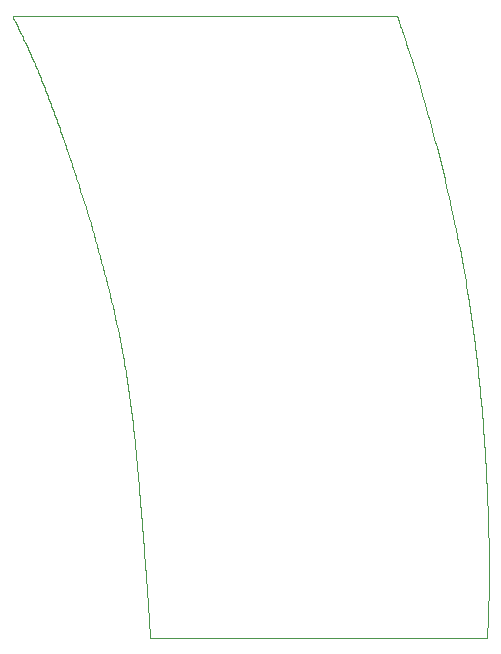
<source format=gm1>
%TF.GenerationSoftware,KiCad,Pcbnew,7.0.6*%
%TF.CreationDate,2023-07-13T14:38:49+02:00*%
%TF.ProjectId,RH_GripLogicBoard_FreeJoy,52485f47-7269-4704-9c6f-676963426f61,rev?*%
%TF.SameCoordinates,Original*%
%TF.FileFunction,Profile,NP*%
%FSLAX46Y46*%
G04 Gerber Fmt 4.6, Leading zero omitted, Abs format (unit mm)*
G04 Created by KiCad (PCBNEW 7.0.6) date 2023-07-13 14:38:49*
%MOMM*%
%LPD*%
G01*
G04 APERTURE LIST*
%ADD10C,0.100000*%
%TA.AperFunction,Profile*%
%ADD11C,0.100000*%
%TD*%
G04 APERTURE END LIST*
D10*
X52213824Y-15000000D02*
X52262379Y-15139654D01*
X52310789Y-15279362D01*
X52359053Y-15419121D01*
X52407171Y-15558931D01*
X52455143Y-15698791D01*
X52502968Y-15838699D01*
X52550647Y-15978656D01*
X52598179Y-16118660D01*
X52645564Y-16258709D01*
X52692802Y-16398804D01*
X52724212Y-16492226D01*
X23876091Y-25184956D02*
X23817680Y-25017095D01*
X23758718Y-24848249D01*
X23699226Y-24678501D01*
X23639224Y-24507937D01*
X23578736Y-24336641D01*
X23517781Y-24164699D01*
X23456381Y-23992194D01*
X23394558Y-23819212D01*
X23332333Y-23645837D01*
X23269727Y-23472155D01*
X23206762Y-23298251D01*
X23143459Y-23124208D01*
X23079840Y-22950112D01*
X23015926Y-22776048D01*
X22951739Y-22602100D01*
X22887299Y-22428353D01*
X22822628Y-22254893D01*
X22757748Y-22081804D01*
X22692680Y-21909170D01*
X22627446Y-21737077D01*
X22562066Y-21565609D01*
X22496562Y-21394851D01*
X22430956Y-21224889D01*
X22365268Y-21055806D01*
X22299521Y-20887688D01*
X22233736Y-20720619D01*
X22167934Y-20554685D01*
X22102137Y-20389970D01*
X22036365Y-20226558D01*
X21970641Y-20064535D01*
X21904985Y-19903986D01*
X21839420Y-19744996D01*
X53378756Y-18490370D02*
X53632939Y-19294499D01*
X53878965Y-20088967D01*
X54116970Y-20873539D01*
X54347092Y-21647979D01*
X54569469Y-22412055D01*
X54784237Y-23165530D01*
X54991535Y-23908171D01*
X55191500Y-24639742D01*
X55384270Y-25360009D01*
X55569982Y-26068739D01*
X55748773Y-26765694D01*
X55920782Y-27450643D01*
X56086146Y-28123349D01*
X56245001Y-28783578D01*
X56397487Y-29431096D01*
X56543739Y-30065668D01*
X56683897Y-30687059D01*
X56818096Y-31295034D01*
X56946476Y-31889360D01*
X57069173Y-32469802D01*
X57186325Y-33036124D01*
X57298069Y-33588093D01*
X57404543Y-34125474D01*
X57505885Y-34648031D01*
X57602232Y-35155532D01*
X57693721Y-35647740D01*
X57780490Y-36124421D01*
X57862677Y-36585342D01*
X57940419Y-37030266D01*
X58013854Y-37458960D01*
X58083119Y-37871189D01*
X58148352Y-38266719D01*
X58831260Y-43057632D02*
X58872601Y-43397879D01*
X58913084Y-43738410D01*
X58952716Y-44079208D01*
X58991502Y-44420257D01*
X59029450Y-44761542D01*
X59066567Y-45103046D01*
X59102859Y-45444754D01*
X59138333Y-45786649D01*
X59172995Y-46128716D01*
X59206853Y-46470939D01*
X59239913Y-46813302D01*
X59272182Y-47155788D01*
X59303666Y-47498383D01*
X59334373Y-47841070D01*
X59364308Y-48183833D01*
X59393480Y-48526657D01*
X59421893Y-48869525D01*
X59449556Y-49212421D01*
X59476474Y-49555330D01*
X59502656Y-49898236D01*
X59528106Y-50241122D01*
X59552832Y-50583973D01*
X59576842Y-50926773D01*
X59600140Y-51269506D01*
X59622735Y-51612157D01*
X59644633Y-51954708D01*
X59665840Y-52297144D01*
X59686363Y-52639450D01*
X59706210Y-52981609D01*
X59725387Y-53323606D01*
X59743899Y-53665425D01*
X59761756Y-54007049D01*
X30259736Y-53712561D02*
X30231911Y-53397287D01*
X30203720Y-53083003D01*
X30175127Y-52769649D01*
X30146095Y-52457161D01*
X30116590Y-52145480D01*
X30086576Y-51834542D01*
X30056018Y-51524287D01*
X30024879Y-51214653D01*
X29993125Y-50905578D01*
X29960720Y-50597000D01*
X29927629Y-50288859D01*
X29893815Y-49981091D01*
X29859244Y-49673637D01*
X29823880Y-49366433D01*
X29787687Y-49059419D01*
X29750631Y-48752533D01*
X29712674Y-48445713D01*
X29673783Y-48138898D01*
X29633921Y-47832026D01*
X29593052Y-47525035D01*
X29551143Y-47217864D01*
X29508156Y-46910451D01*
X29464056Y-46602734D01*
X29418808Y-46294653D01*
X29372377Y-45986144D01*
X29324726Y-45677148D01*
X29275821Y-45367601D01*
X29225625Y-45057443D01*
X29174104Y-44746612D01*
X29121222Y-44435046D01*
X29066943Y-44122683D01*
X29011232Y-43809463D01*
X59918154Y-57796223D02*
X59923086Y-57954677D01*
X59928437Y-58131045D01*
X59934115Y-58323460D01*
X59937048Y-58425101D01*
X59940028Y-58530053D01*
X59943043Y-58638083D01*
X59946082Y-58748956D01*
X59949133Y-58862441D01*
X59952185Y-58978302D01*
X59955225Y-59096307D01*
X59958244Y-59216222D01*
X59961228Y-59337814D01*
X59964166Y-59460849D01*
X59967047Y-59585093D01*
X59969859Y-59710313D01*
X59972591Y-59836277D01*
X59975231Y-59962749D01*
X59977767Y-60089497D01*
X59980188Y-60216287D01*
X59982482Y-60342885D01*
X59984638Y-60469059D01*
X59986644Y-60594575D01*
X59988489Y-60719198D01*
X59990160Y-60842696D01*
X59991646Y-60964836D01*
X59992937Y-61085383D01*
X59994019Y-61204104D01*
X59994882Y-61320766D01*
X59995515Y-61435135D01*
X29011232Y-43809463D02*
X28924676Y-43336544D01*
X28835252Y-42863722D01*
X28743016Y-42391026D01*
X28648028Y-41918481D01*
X28550348Y-41446115D01*
X28450035Y-40973955D01*
X28347147Y-40502029D01*
X28241744Y-40030362D01*
X28133886Y-39558984D01*
X28023630Y-39087920D01*
X27911036Y-38617197D01*
X27796164Y-38146844D01*
X27679072Y-37676887D01*
X27559820Y-37207353D01*
X27438467Y-36738270D01*
X27315072Y-36269664D01*
X27189693Y-35801563D01*
X27062391Y-35333993D01*
X26933224Y-34866983D01*
X26802251Y-34400559D01*
X26669532Y-33934747D01*
X26535126Y-33469577D01*
X26399091Y-33005074D01*
X26261488Y-32541265D01*
X26122374Y-32078179D01*
X25981810Y-31615841D01*
X25839854Y-31154280D01*
X25696565Y-30693522D01*
X25552003Y-30233594D01*
X25406227Y-29774524D01*
X25259295Y-29316339D01*
X25111268Y-28859066D01*
X31042632Y-63671014D02*
X31024917Y-63422770D01*
X31006189Y-63162829D01*
X30986506Y-62891954D01*
X30965926Y-62610909D01*
X30944506Y-62320457D01*
X30922304Y-62021362D01*
X30899378Y-61714387D01*
X30875785Y-61400296D01*
X30851583Y-61079853D01*
X30826830Y-60753821D01*
X30801584Y-60422963D01*
X30775903Y-60088044D01*
X30749844Y-59749826D01*
X30723464Y-59409074D01*
X30696822Y-59066550D01*
X30669976Y-58723019D01*
X30642983Y-58379244D01*
X30615901Y-58035989D01*
X30588788Y-57694016D01*
X30561701Y-57354091D01*
X30534698Y-57016975D01*
X30507837Y-56683434D01*
X30481175Y-56354229D01*
X30454771Y-56030126D01*
X30428683Y-55711887D01*
X30402967Y-55400276D01*
X30377681Y-55096057D01*
X30352885Y-54799993D01*
X30328634Y-54512848D01*
X30304987Y-54235385D01*
X30282001Y-53968368D01*
X30259736Y-53712561D01*
D11*
X52213824Y-15000000D02*
X19658728Y-15000000D01*
D10*
X21839420Y-19744996D02*
X21776602Y-19593957D01*
X21713405Y-19443257D01*
X21649831Y-19292879D01*
X21585884Y-19142807D01*
X21521568Y-18993026D01*
X21456887Y-18843518D01*
X21391844Y-18694268D01*
X21326443Y-18545261D01*
X21260687Y-18396479D01*
X21194580Y-18247907D01*
X21128125Y-18099530D01*
X21061327Y-17951330D01*
X20994188Y-17803291D01*
X20926713Y-17655399D01*
X20858905Y-17507637D01*
X20790768Y-17359988D01*
X20722304Y-17212437D01*
X20653519Y-17064968D01*
X20584415Y-16917564D01*
X20514997Y-16770210D01*
X20445267Y-16622890D01*
X20375229Y-16475587D01*
X20304887Y-16328285D01*
X20234245Y-16180970D01*
X20163306Y-16033624D01*
X20092074Y-15886231D01*
X20020553Y-15738775D01*
X19948745Y-15591242D01*
X19876655Y-15443613D01*
X19804287Y-15295874D01*
X19731643Y-15148008D01*
X19658728Y-15000000D01*
X59761756Y-54007049D02*
X59767788Y-54125323D01*
X59773746Y-54243622D01*
X59779628Y-54361943D01*
X59785435Y-54480286D01*
X59791168Y-54598647D01*
X59796826Y-54717027D01*
X59802409Y-54835423D01*
X59807918Y-54953834D01*
X59813352Y-55072258D01*
X59818712Y-55190695D01*
X59823999Y-55309141D01*
X59829211Y-55427597D01*
X59834350Y-55546060D01*
X59839415Y-55664528D01*
X59844406Y-55783001D01*
X59849324Y-55901477D01*
X59854169Y-56019953D01*
X59858941Y-56138430D01*
X59863640Y-56256905D01*
X59868266Y-56375376D01*
X59872820Y-56493843D01*
X59877301Y-56612303D01*
X59881710Y-56730755D01*
X59886046Y-56849198D01*
X59890310Y-56967631D01*
X59894503Y-57086050D01*
X59898623Y-57204456D01*
X59902672Y-57322846D01*
X59906649Y-57441220D01*
X59910555Y-57559574D01*
X59914390Y-57677909D01*
X59918154Y-57796223D01*
X25111268Y-28859066D02*
X25073823Y-28744055D01*
X25036197Y-28628743D01*
X24998399Y-28513161D01*
X24960440Y-28397340D01*
X24922331Y-28281312D01*
X24884083Y-28165108D01*
X24845707Y-28048760D01*
X24807213Y-27932299D01*
X24768612Y-27815756D01*
X24729915Y-27699163D01*
X24691133Y-27582551D01*
X24652276Y-27465952D01*
X24613356Y-27349397D01*
X24574382Y-27232917D01*
X24535367Y-27116544D01*
X24496320Y-27000309D01*
X24457252Y-26884243D01*
X24418175Y-26768379D01*
X24379098Y-26652747D01*
X24340033Y-26537378D01*
X24300991Y-26422305D01*
X24261982Y-26307558D01*
X24223017Y-26193169D01*
X24184106Y-26079170D01*
X24145262Y-25965591D01*
X24106493Y-25852464D01*
X24067812Y-25739821D01*
X24029229Y-25627692D01*
X23990754Y-25516110D01*
X23952399Y-25405106D01*
X23914174Y-25294710D01*
X23876091Y-25184956D01*
X58148352Y-38266719D02*
X58172627Y-38415887D01*
X58196706Y-38565107D01*
X58220590Y-38714376D01*
X58244278Y-38863692D01*
X58267773Y-39013055D01*
X58291074Y-39162463D01*
X58314182Y-39311913D01*
X58337098Y-39461405D01*
X58359823Y-39610938D01*
X58382356Y-39760508D01*
X58404700Y-39910116D01*
X58426855Y-40059759D01*
X58448821Y-40209435D01*
X58470599Y-40359144D01*
X58492190Y-40508883D01*
X58513594Y-40658652D01*
X58534812Y-40808448D01*
X58555846Y-40958270D01*
X58576694Y-41108116D01*
X58597359Y-41257986D01*
X58617841Y-41407876D01*
X58638141Y-41557786D01*
X58658259Y-41707715D01*
X58678196Y-41857660D01*
X58697952Y-42007620D01*
X58717530Y-42157594D01*
X58736928Y-42307579D01*
X58756148Y-42457575D01*
X58775190Y-42607580D01*
X58794056Y-42757592D01*
X58812745Y-42907610D01*
X58831260Y-43057632D01*
X31298120Y-67632307D02*
X31291060Y-67510700D01*
X31283944Y-67388980D01*
X31276770Y-67267142D01*
X31269539Y-67145185D01*
X31262249Y-67023106D01*
X31254901Y-66900903D01*
X31247495Y-66778571D01*
X31240030Y-66656110D01*
X31232507Y-66533515D01*
X31224924Y-66410785D01*
X31217281Y-66287917D01*
X31209579Y-66164908D01*
X31201817Y-66041755D01*
X31193995Y-65918456D01*
X31186112Y-65795008D01*
X31178169Y-65671408D01*
X31170165Y-65547654D01*
X31162100Y-65423744D01*
X31153973Y-65299673D01*
X31145785Y-65175440D01*
X31137535Y-65051043D01*
X31129223Y-64926477D01*
X31120848Y-64801742D01*
X31112411Y-64676833D01*
X31103911Y-64551748D01*
X31095348Y-64426486D01*
X31086722Y-64301042D01*
X31078032Y-64175414D01*
X31069278Y-64049600D01*
X31060460Y-63923597D01*
X31051578Y-63797403D01*
X31042632Y-63671014D01*
D11*
X59831662Y-67632307D02*
X31298120Y-67632307D01*
D10*
X59995515Y-61435135D02*
X59996126Y-61620633D01*
X59996287Y-61806020D01*
X59996007Y-61991313D01*
X59995296Y-62176529D01*
X59994164Y-62361687D01*
X59992622Y-62546804D01*
X59990679Y-62731898D01*
X59988347Y-62916988D01*
X59985634Y-63102090D01*
X59982551Y-63287223D01*
X59979109Y-63472405D01*
X59975318Y-63657652D01*
X59971187Y-63842985D01*
X59966727Y-64028419D01*
X59961948Y-64213973D01*
X59956861Y-64399665D01*
X59956861Y-64399665D02*
X59952556Y-64548859D01*
X59948064Y-64698049D01*
X59943406Y-64846922D01*
X59938605Y-64995169D01*
X59933680Y-65142479D01*
X59928653Y-65288543D01*
X59923545Y-65433050D01*
X59918378Y-65575690D01*
X59913172Y-65716152D01*
X59907950Y-65854127D01*
X59902731Y-65989304D01*
X59897538Y-66121373D01*
X59892392Y-66250024D01*
X59887313Y-66374946D01*
X59882323Y-66495829D01*
X59877443Y-66612363D01*
X59872695Y-66724239D01*
X59868099Y-66831144D01*
X59863677Y-66932770D01*
X59855439Y-67118943D01*
X59848152Y-67280274D01*
X59841984Y-67414281D01*
X59837105Y-67518484D01*
X59831893Y-67627547D01*
X59831662Y-67632307D01*
X52724212Y-16492226D02*
X52765948Y-16616697D01*
X52807575Y-16741222D01*
X52849091Y-16865801D01*
X52890497Y-16990434D01*
X52931793Y-17115121D01*
X52972978Y-17239863D01*
X53014052Y-17364659D01*
X53055017Y-17489512D01*
X53095871Y-17614420D01*
X53136614Y-17739384D01*
X53177247Y-17864405D01*
X53217770Y-17989483D01*
X53258182Y-18114618D01*
X53298484Y-18239810D01*
X53338675Y-18365061D01*
X53378756Y-18490370D01*
M02*

</source>
